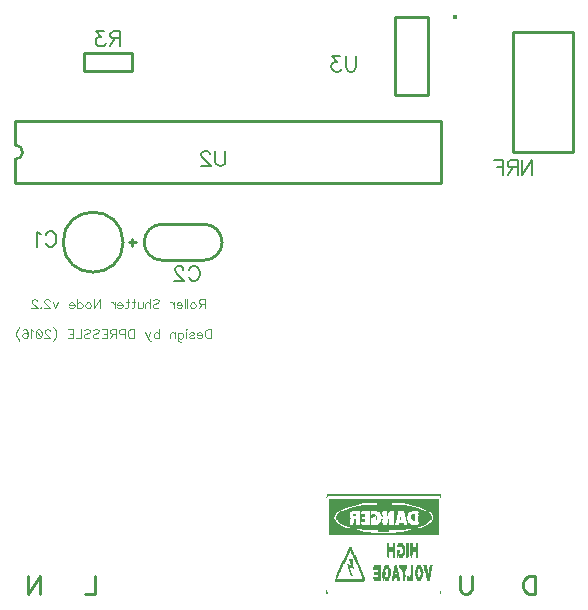
<source format=gbr>
G04 DipTrace 3.0.0.2*
G04 BottomSilk.gbr*
%MOIN*%
G04 #@! TF.FileFunction,Legend,Bot*
G04 #@! TF.Part,Single*
%ADD10C,0.009843*%
%ADD12C,0.002992*%
%ADD32C,0.015431*%
%ADD81C,0.00772*%
%ADD82C,0.004632*%
%ADD83C,0.009264*%
%FSLAX26Y26*%
G04*
G70*
G90*
G75*
G01*
G04 BotSilk*
%LPD*%
X873582Y1581881D2*
D10*
Y1605521D1*
X885401Y1593701D2*
X861787D1*
X643707D2*
G02X643707Y1593701I99965J0D01*
G01*
X1113641Y1533701D2*
X973761D1*
X1113641Y1653701D2*
X973761D1*
Y1533701D2*
G02X973761Y1653701I-60J60000D01*
G01*
X1113641D2*
G02X1113641Y1533701I60J-60000D01*
G01*
X2343701Y2293701D2*
Y1893701D1*
X2143701Y2293701D2*
Y1893701D1*
X2343701Y2293701D2*
X2143701D1*
X2343701Y1893701D2*
X2143701D1*
X713551Y2163701D2*
Y2223701D1*
X873851Y2163701D2*
X713551D1*
X873851D2*
Y2223701D1*
X713551D1*
X485039Y1996065D2*
X1902362D1*
X485039Y1791337D2*
X1902362D1*
Y1996065D2*
Y1791337D1*
X485039Y1996065D2*
Y1917332D1*
Y1791337D2*
Y1870070D1*
Y1917332D2*
G02X485039Y1870070I-103J-23631D01*
G01*
D32*
X1948895Y2344530D3*
X1859645Y2345569D2*
D10*
Y2085740D1*
X1749410Y2345569D2*
Y2085740D1*
X1859645D2*
X1749410D1*
X1859645Y2345569D2*
X1749410D1*
X1524685Y753209D2*
D12*
X1898701D1*
X1523635Y750217D2*
X1899751D1*
X1522618Y747224D2*
X1524685D1*
X1898701D2*
X1900768D1*
X1521693Y744232D2*
D3*
X1901693D2*
D3*
X1530669Y738248D2*
X1892717D1*
X1530669Y735256D2*
X1892717D1*
X1530669Y732264D2*
X1892717D1*
X1530669Y729272D2*
X1892717D1*
X1530669Y726280D2*
X1650354D1*
X1770039D2*
X1892717D1*
X1530669Y723287D2*
X1626417D1*
X1689252D2*
X1737126D1*
X1796969D2*
X1892717D1*
X1530669Y720295D2*
X1626417D1*
X1689252D2*
X1737126D1*
X1796969D2*
X1892717D1*
X1530669Y717303D2*
X1611173D1*
X1644370D2*
X1776024D1*
X1812457D2*
X1892717D1*
X1530669Y714311D2*
X1597769D1*
X1626680D2*
X1795095D1*
X1825446D2*
X1892717D1*
X1530669Y711319D2*
X1586792D1*
X1611991D2*
X1810643D1*
X1835574D2*
X1892717D1*
X1530669Y708327D2*
X1578162D1*
X1600857D2*
X1822212D1*
X1843348D2*
X1892717D1*
X1530669Y705335D2*
X1571082D1*
X1591743D2*
X1831518D1*
X1849957D2*
X1892717D1*
X1530669Y702343D2*
X1564922D1*
X1583151D2*
X1840189D1*
X1856197D2*
X1892717D1*
X1530669Y699350D2*
X1559879D1*
X1575269D2*
X1602606D1*
X1632402D2*
X1635982D1*
X1665315D2*
X1668307D1*
X1691542D2*
X1707793D1*
X1722165D2*
X1728726D1*
X1746102D2*
X1757608D1*
X1778428D2*
X1800663D1*
X1826290D2*
X1848101D1*
X1861819D2*
X1892717D1*
X1530669Y696358D2*
X1556072D1*
X1568856D2*
X1600114D1*
X1632402D2*
X1634232D1*
X1665315D2*
X1668307D1*
X1695889D2*
X1706043D1*
X1722165D2*
X1726871D1*
X1749094D2*
X1756867D1*
X1780189D2*
X1796316D1*
X1828278D2*
X1854525D1*
X1866337D2*
X1892717D1*
X1530669Y693366D2*
X1553238D1*
X1564137D2*
X1598337D1*
X1632402D2*
X1633227D1*
X1665315D2*
X1668307D1*
X1699061D2*
X1705041D1*
X1722165D2*
X1725485D1*
X1747713D2*
X1756092D1*
X1781297D2*
X1793156D1*
X1828859D2*
X1859247D1*
X1869672D2*
X1892717D1*
X1530669Y690374D2*
X1550873D1*
X1560616D2*
X1597339D1*
X1632402D2*
X1632717D1*
X1665315D2*
X1668307D1*
X1701388D2*
X1704554D1*
X1722165D2*
X1724257D1*
X1746866D2*
X1755556D1*
X1782164D2*
X1790943D1*
X1828053D2*
X1862769D1*
X1872294D2*
X1892717D1*
X1530669Y687382D2*
X1548699D1*
X1557653D2*
X1596956D1*
X1611457D2*
X1617441D1*
X1632402D2*
X1647362D1*
X1665315D2*
X1668307D1*
X1674291D2*
X1680276D1*
X1703325D2*
X1704336D1*
X1722165D2*
X1723148D1*
X1746536D2*
X1755173D1*
X1783091D2*
X1789477D1*
X1805945D2*
X1811929D1*
X1826890D2*
X1865732D1*
X1874487D2*
X1892717D1*
X1530669Y684390D2*
X1546794D1*
X1555180D2*
X1597127D1*
X1611457D2*
X1617441D1*
X1632402D2*
X1647362D1*
X1665315D2*
X1683268D1*
X1705219D2*
X1704213D1*
X1722165D2*
D3*
X1746713D2*
X1754665D1*
X1783953D2*
X1788661D1*
X1804934D2*
X1811929D1*
X1829882D2*
X1868194D1*
X1876075D2*
X1892717D1*
X1530669Y681398D2*
X1545286D1*
X1553441D2*
X1597748D1*
X1632402D2*
X1635394D1*
X1665315D2*
X1675339D1*
X1686260D2*
D3*
X1707205D2*
D3*
X1747238D2*
X1753895D1*
X1784612D2*
X1788268D1*
X1804148D2*
X1811929D1*
X1826890D2*
X1870187D1*
X1876991D2*
X1892717D1*
X1530669Y678406D2*
X1544147D1*
X1552279D2*
X1598378D1*
X1632402D2*
X1635394D1*
X1665315D2*
X1669225D1*
X1686260D2*
D3*
X1747774D2*
X1753096D1*
X1767047D2*
D3*
X1785282D2*
X1788099D1*
X1803722D2*
X1811929D1*
X1828067D2*
X1870791D1*
X1877426D2*
X1892717D1*
X1530669Y675413D2*
X1544510D1*
X1552251D2*
X1598507D1*
X1632402D2*
X1635394D1*
X1665315D2*
X1666818D1*
X1686260D2*
D3*
X1747117D2*
X1752462D1*
X1767047D2*
D3*
X1786141D2*
X1788031D1*
X1804449D2*
X1811929D1*
X1828115D2*
X1870165D1*
X1877504D2*
X1892717D1*
X1530669Y672421D2*
X1545470D1*
X1553607D2*
X1598064D1*
X1632402D2*
X1635394D1*
X1665315D2*
X1666005D1*
X1686260D2*
D3*
X1704213D2*
X1707205D1*
X1746102D2*
X1751801D1*
X1767047D2*
D3*
X1787067D2*
X1788006D1*
X1805601D2*
X1811929D1*
X1828227D2*
X1868949D1*
X1877096D2*
X1892717D1*
X1530669Y669429D2*
X1546961D1*
X1555846D2*
X1597423D1*
X1614449D2*
X1617441D1*
X1632402D2*
X1647362D1*
X1665315D2*
X1665593D1*
X1683268D2*
D3*
X1703750D2*
X1705824D1*
X1728150D2*
D3*
X1749094D2*
X1750956D1*
X1787991D2*
X1787997D1*
X1807147D2*
X1811929D1*
X1828410D2*
X1867003D1*
X1876015D2*
X1892717D1*
X1530669Y666437D2*
X1548792D1*
X1558681D2*
X1596953D1*
X1613068D2*
X1617441D1*
X1632402D2*
X1647362D1*
X1665315D2*
X1665430D1*
X1702973D2*
X1704976D1*
X1727115D2*
X1728150D1*
X1746102D2*
X1750124D1*
X1788992D2*
X1787992D1*
X1808937D2*
X1811929D1*
X1828280D2*
X1864423D1*
X1874413D2*
X1892717D1*
X1530669Y663445D2*
X1550800D1*
X1561646D2*
X1596696D1*
X1612208D2*
X1617441D1*
X1632402D2*
D3*
X1665315D2*
X1665477D1*
X1701857D2*
X1704655D1*
X1726110D2*
X1728150D1*
X1747312D2*
X1749468D1*
X1789889D2*
X1790984D1*
X1828249D2*
X1861612D1*
X1872513D2*
X1892717D1*
X1530669Y660453D2*
X1553356D1*
X1565038D2*
X1596576D1*
X1611773D2*
X1617441D1*
X1632402D2*
X1632952D1*
X1665315D2*
X1665916D1*
X1700424D2*
X1704924D1*
X1725079D2*
X1728150D1*
X1747188D2*
X1748720D1*
X1790466D2*
X1790984D1*
X1828848D2*
X1858295D1*
X1869990D2*
X1892717D1*
X1530669Y657461D2*
X1556951D1*
X1569918D2*
X1596524D1*
X1611572D2*
X1617441D1*
X1632402D2*
X1634002D1*
X1665315D2*
X1666930D1*
X1696701D2*
X1705867D1*
X1723747D2*
X1728150D1*
X1746692D2*
X1747563D1*
X1764055D2*
X1776024D1*
X1790781D2*
X1793976D1*
X1829882D2*
X1853447D1*
X1866308D2*
X1892717D1*
X1530669Y654469D2*
X1561436D1*
X1576739D2*
X1596496D1*
X1611457D2*
X1617441D1*
X1632402D2*
X1635394D1*
X1665315D2*
X1668307D1*
X1692244D2*
X1707205D1*
X1722165D2*
X1728150D1*
X1746102D2*
D3*
X1764055D2*
X1776024D1*
X1790984D2*
X1799961D1*
X1826890D2*
X1846639D1*
X1861460D2*
X1892717D1*
X1530669Y651476D2*
X1566267D1*
X1584619D2*
X1838765D1*
X1856031D2*
X1892717D1*
X1530669Y648484D2*
X1571548D1*
X1592745D2*
X1830640D1*
X1850459D2*
X1892717D1*
X1530669Y645492D2*
X1578358D1*
X1602234D2*
X1821151D1*
X1844120D2*
X1892717D1*
X1530669Y642500D2*
X1587565D1*
X1614773D2*
X1808612D1*
X1835737D2*
X1892717D1*
X1530669Y639508D2*
X1599372D1*
X1630342D2*
X1793044D1*
X1824359D2*
X1892717D1*
X1530669Y636516D2*
X1613704D1*
X1647362D2*
X1776024D1*
X1809944D2*
X1892717D1*
X1530669Y633524D2*
X1629409D1*
X1692244D2*
X1725157D1*
X1793976D2*
X1892717D1*
X1530669Y630531D2*
X1629409D1*
X1692244D2*
X1725157D1*
X1793976D2*
X1892717D1*
X1530669Y627539D2*
X1656339D1*
X1767047D2*
X1892717D1*
X1530669Y624547D2*
X1892717D1*
X1530669Y621555D2*
X1892717D1*
X1722165Y591634D2*
X1728150D1*
X1743110D2*
X1746102D1*
X1761063D2*
X1773031D1*
X1787992D2*
X1793976D1*
X1799961D2*
X1805945D1*
X1820906D2*
X1823898D1*
X1722165Y588642D2*
X1728150D1*
X1743110D2*
X1746102D1*
X1759217D2*
X1774875D1*
X1787992D2*
X1793976D1*
X1799961D2*
X1805945D1*
X1820906D2*
X1823898D1*
X1722165Y585650D2*
X1728150D1*
X1743110D2*
X1746102D1*
X1757588D2*
X1776476D1*
X1787992D2*
X1793976D1*
X1799961D2*
X1805945D1*
X1820906D2*
X1823898D1*
X1722165Y582657D2*
X1728150D1*
X1743110D2*
X1746102D1*
X1756232D2*
X1777698D1*
X1787992D2*
X1793976D1*
X1799961D2*
X1805945D1*
X1820906D2*
X1823898D1*
X1722165Y579665D2*
X1728150D1*
X1743110D2*
X1746102D1*
X1755079D2*
X1761063D1*
X1768863D2*
X1778520D1*
X1787992D2*
X1793976D1*
X1799961D2*
X1805945D1*
X1820906D2*
X1823898D1*
X1596496Y576673D2*
X1602480D1*
X1722165D2*
X1746102D1*
X1772909D2*
X1779257D1*
X1787992D2*
X1793976D1*
X1799961D2*
X1823898D1*
X1595359Y573681D2*
X1603617D1*
X1722165D2*
X1746102D1*
X1774504D2*
X1780119D1*
X1787992D2*
X1793976D1*
X1799961D2*
X1823898D1*
X1594085Y570689D2*
X1604891D1*
X1722165D2*
X1746102D1*
X1775373D2*
X1780844D1*
X1787992D2*
X1793976D1*
X1799961D2*
X1823898D1*
X1592789Y567697D2*
X1606187D1*
X1722165D2*
X1746102D1*
X1755079D2*
X1764055D1*
X1775745D2*
X1781008D1*
X1787992D2*
X1793976D1*
X1799961D2*
X1823898D1*
X1591623Y564705D2*
X1597072D1*
X1602606D2*
X1607353D1*
X1722165D2*
X1746102D1*
X1755079D2*
X1763032D1*
X1775678D2*
X1780578D1*
X1787992D2*
X1793976D1*
X1799961D2*
X1823898D1*
X1590577Y561713D2*
X1595217D1*
X1603095D2*
X1608388D1*
X1722165D2*
X1728150D1*
X1743110D2*
X1746102D1*
X1755079D2*
X1762134D1*
X1775212D2*
X1779929D1*
X1787992D2*
X1793976D1*
X1799961D2*
X1805945D1*
X1820906D2*
X1823898D1*
X1589423Y558720D2*
X1593822D1*
X1604205D2*
X1609437D1*
X1722177D2*
X1728150D1*
X1743110D2*
X1746102D1*
X1755079D2*
X1761520D1*
X1772890D2*
X1779344D1*
X1787992D2*
X1793965D1*
X1799972D2*
X1805933D1*
X1820906D2*
X1823898D1*
X1588127Y555728D2*
X1592514D1*
X1605794D2*
X1610359D1*
X1722282D2*
X1728150D1*
X1743110D2*
X1746102D1*
X1755079D2*
X1761063D1*
X1770039D2*
X1778600D1*
X1787992D2*
X1793859D1*
X1800078D2*
X1805828D1*
X1820906D2*
X1823898D1*
X1586817Y552736D2*
X1591156D1*
X1607464D2*
X1610988D1*
X1722666D2*
X1728150D1*
X1743110D2*
X1746102D1*
X1755079D2*
X1777380D1*
X1787992D2*
X1793476D1*
X1800461D2*
X1805444D1*
X1820906D2*
X1823898D1*
X1585644Y549744D2*
X1589822D1*
X1608992D2*
X1617441D1*
X1723408D2*
X1728150D1*
X1743110D2*
X1746102D1*
X1755079D2*
X1775814D1*
X1787992D2*
X1792734D1*
X1801203D2*
X1804703D1*
X1820906D2*
X1823898D1*
X1584582Y546752D2*
X1588641D1*
X1610269D2*
X1617915D1*
X1724298D2*
X1728150D1*
X1743110D2*
X1746102D1*
X1755079D2*
D3*
X1764055D2*
X1774336D1*
X1787992D2*
X1791844D1*
X1802093D2*
X1803812D1*
X1820906D2*
X1823898D1*
X1583311Y543760D2*
X1587588D1*
X1611375D2*
X1618762D1*
X1725157D2*
X1728150D1*
X1743110D2*
X1746102D1*
X1755079D2*
D3*
X1764055D2*
X1773031D1*
X1787992D2*
X1790984D1*
X1802953D2*
D3*
X1820906D2*
X1823898D1*
X1581528Y540768D2*
X1586432D1*
X1612652D2*
X1619918D1*
X1579131Y537776D2*
X1585135D1*
X1596496D2*
X1605472D1*
X1614336D2*
X1621170D1*
X1576568Y534783D2*
X1583825D1*
X1597519D2*
X1605472D1*
X1616365D2*
X1622321D1*
X1574517Y531791D2*
X1582629D1*
X1598421D2*
X1605484D1*
X1618306D2*
X1623363D1*
X1572992Y528799D2*
X1581380D1*
X1599102D2*
X1605589D1*
X1619878D2*
X1624515D1*
X1571618Y525807D2*
X1579568D1*
X1599859D2*
X1605971D1*
X1621310D2*
X1625810D1*
X1570230Y522815D2*
X1577208D1*
X1601019D2*
X1606687D1*
X1622734D2*
X1627120D1*
X1568884Y519823D2*
X1574986D1*
X1590512D2*
X1593504D1*
X1602480D2*
X1607454D1*
X1624097D2*
X1628293D1*
X1567698Y516831D2*
X1573249D1*
X1591905D2*
X1607976D1*
X1625289D2*
X1629343D1*
X1680276D2*
X1701220D1*
X1716181D2*
X1725157D1*
X1749094D2*
X1752087D1*
X1764055D2*
X1787992D1*
X1802953D2*
X1805945D1*
X1823898D2*
X1832874D1*
X1844843D2*
X1853819D1*
X1865787D2*
X1871772D1*
X1566644Y513839D2*
X1571737D1*
X1592869D2*
X1608254D1*
X1626347D2*
X1630497D1*
X1679252D2*
X1701220D1*
X1714696D2*
X1726408D1*
X1748072D2*
X1753121D1*
X1764306D2*
X1787764D1*
X1802953D2*
X1805945D1*
X1822412D2*
X1834371D1*
X1845305D2*
X1853933D1*
X1865325D2*
X1870749D1*
X1565488Y510846D2*
X1570280D1*
X1593685D2*
X1608386D1*
X1627504D2*
X1631794D1*
X1678354D2*
X1701220D1*
X1713063D2*
X1728066D1*
X1747181D2*
X1754117D1*
X1764873D2*
X1787267D1*
X1802953D2*
X1805945D1*
X1820780D2*
X1836109D1*
X1846047D2*
X1854316D1*
X1864583D2*
X1869858D1*
X1564190Y507854D2*
X1568903D1*
X1594607D2*
X1595908D1*
X1608465D2*
D3*
X1628801D2*
X1633104D1*
X1677741D2*
X1701220D1*
X1711721D2*
X1730067D1*
X1746602D2*
X1755065D1*
X1767378D2*
X1785619D1*
X1802953D2*
X1805945D1*
X1819438D2*
X1837832D1*
X1846821D2*
X1855034D1*
X1863808D2*
X1869291D1*
X1562880Y504862D2*
X1567705D1*
X1595557D2*
X1597658D1*
X1630112D2*
X1634277D1*
X1692244D2*
X1701220D1*
X1710901D2*
X1716731D1*
X1725157D2*
X1731895D1*
X1746204D2*
X1756075D1*
X1770423D2*
X1783919D1*
X1802953D2*
X1805945D1*
X1818621D2*
X1823898D1*
X1832286D2*
X1839366D1*
X1847369D2*
X1855801D1*
X1863284D2*
X1868986D1*
X1561707Y501870D2*
X1566646D1*
X1596490D2*
X1598672D1*
X1631285D2*
X1635327D1*
X1692244D2*
X1701220D1*
X1710470D2*
X1714789D1*
X1725157D2*
X1733071D1*
X1745690D2*
X1756974D1*
X1773020D2*
X1782396D1*
X1802953D2*
X1805945D1*
X1818211D2*
X1823886D1*
X1834036D2*
X1840543D1*
X1847857D2*
X1856323D1*
X1863006D2*
X1868749D1*
X1560657Y498878D2*
X1565488D1*
X1597506D2*
X1599275D1*
X1632335D2*
X1636482D1*
X1692244D2*
X1701220D1*
X1710197D2*
X1713189D1*
X1725157D2*
X1733680D1*
X1744920D2*
X1757562D1*
X1774930D2*
X1780784D1*
X1802953D2*
X1805945D1*
X1818030D2*
X1823772D1*
X1835038D2*
X1841246D1*
X1848747D2*
X1856601D1*
X1862879D2*
X1868313D1*
X1559503Y495886D2*
X1564191D1*
X1598509D2*
X1599971D1*
X1633490D2*
X1637778D1*
X1680276D2*
X1701220D1*
X1725157D2*
X1733955D1*
X1744132D2*
X1757965D1*
X1775510D2*
X1779016D1*
X1802953D2*
X1805945D1*
X1817956D2*
X1823310D1*
X1835524D2*
X1841597D1*
X1850233D2*
X1856733D1*
X1862825D2*
X1867576D1*
X1558206Y492894D2*
X1562880D1*
X1599468D2*
X1601156D1*
X1634786D2*
X1639089D1*
X1680276D2*
X1701220D1*
X1707205D2*
X1716181D1*
X1725157D2*
X1734067D1*
X1743591D2*
X1749094D1*
X1755079D2*
X1758481D1*
X1775812D2*
X1780397D1*
X1802941D2*
X1805945D1*
X1817929D2*
X1822287D1*
X1835722D2*
X1841740D1*
X1851787D2*
X1856811D1*
X1862795D2*
X1866801D1*
X1556896Y489902D2*
X1561707D1*
X1600509D2*
X1602704D1*
X1636096D2*
X1640261D1*
X1680276D2*
X1701220D1*
X1707205D2*
X1716058D1*
X1725157D2*
X1734087D1*
X1743205D2*
X1746102D1*
X1755079D2*
X1759253D1*
X1775943D2*
X1781256D1*
X1802827D2*
X1805945D1*
X1817919D2*
X1820906D1*
X1835692D2*
X1841697D1*
X1852838D2*
X1866277D1*
X1555723Y486909D2*
X1560657D1*
X1601539D2*
X1604173D1*
X1637269D2*
X1641311D1*
X1692244D2*
X1701220D1*
X1707205D2*
X1715594D1*
X1725157D2*
X1733892D1*
X1742696D2*
X1760053D1*
X1775995D2*
X1781691D1*
X1802365D2*
X1805945D1*
X1817927D2*
X1822298D1*
X1835261D2*
X1841328D1*
X1853408D2*
X1865987D1*
X1554685Y483917D2*
X1559491D1*
X1602480D2*
X1605472D1*
X1638308D2*
X1642466D1*
X1692244D2*
X1701220D1*
X1707216D2*
X1714570D1*
X1725157D2*
X1733408D1*
X1741927D2*
X1760688D1*
X1776014D2*
X1781872D1*
X1801342D2*
X1805945D1*
X1818043D2*
X1823223D1*
X1834250D2*
X1840503D1*
X1853768D2*
X1865755D1*
X1553635Y480925D2*
X1558078D1*
X1639358D2*
X1643763D1*
X1692244D2*
X1701220D1*
X1707322D2*
X1713189D1*
X1725157D2*
X1731658D1*
X1741140D2*
X1761349D1*
X1776020D2*
X1781845D1*
X1790984D2*
X1793976D1*
X1799961D2*
X1805945D1*
X1818529D2*
X1823898D1*
X1832874D2*
X1839252D1*
X1854254D2*
X1865321D1*
X1552720Y477933D2*
X1556290D1*
X1640280D2*
X1645049D1*
X1677283D2*
X1701220D1*
X1707705D2*
X1729687D1*
X1740610D2*
X1762194D1*
X1776023D2*
X1781491D1*
X1790984D2*
X1805945D1*
X1819629D2*
X1837630D1*
X1855012D2*
X1864583D1*
X1552138Y474941D2*
X1554060D1*
X1640910D2*
X1646003D1*
X1678333D2*
X1701220D1*
X1708447D2*
X1727884D1*
X1740330D2*
X1746652D1*
X1758071D2*
X1763022D1*
X1776023D2*
X1780760D1*
X1790984D2*
X1805945D1*
X1821146D2*
X1835836D1*
X1855801D2*
X1863801D1*
X1551837Y471949D2*
X1646514D1*
X1679351D2*
X1701220D1*
X1709338D2*
X1710197D1*
X1716181D2*
X1726404D1*
X1740197D2*
X1744710D1*
X1758071D2*
X1763610D1*
X1776024D2*
X1779873D1*
X1790984D2*
X1805945D1*
X1822603D2*
X1834246D1*
X1856374D2*
X1863231D1*
X1551696Y468957D2*
X1645606D1*
X1680276D2*
X1701220D1*
X1710197D2*
D3*
X1716181D2*
X1725157D1*
X1740118D2*
X1743110D1*
X1758071D2*
X1764055D1*
X1776024D2*
X1779016D1*
X1790984D2*
X1805945D1*
X1823898D2*
X1832874D1*
X1856811D2*
X1862795D1*
X1551614Y465965D2*
X1644370D1*
X1521693Y433051D2*
D3*
Y430059D2*
D3*
X1901693D2*
D3*
X1521693Y427067D2*
X1524685D1*
X1900103D2*
X1901693D1*
X1521693Y424075D2*
X1524685D1*
X1898701D2*
X1901693D1*
X1524685Y753209D2*
X1523635Y750217D1*
X1522618Y747224D1*
X1521693Y744232D1*
X1898701Y753209D2*
X1899751Y750217D1*
X1900768Y747224D1*
X1901693Y744232D1*
X1524685Y747224D2*
X1521693Y744232D1*
X1898701Y747224D2*
X1901693Y744232D1*
X1530669Y738248D2*
Y735256D1*
Y732264D1*
Y729272D1*
Y726280D1*
Y723287D1*
Y720295D1*
Y717303D1*
Y714311D1*
Y711319D1*
Y708327D1*
Y705335D1*
Y702343D1*
Y699350D1*
Y696358D1*
Y693366D1*
Y690374D1*
Y687382D1*
Y684390D1*
Y681398D1*
Y678406D1*
Y675413D1*
Y672421D1*
Y669429D1*
Y666437D1*
Y663445D1*
Y660453D1*
Y657461D1*
Y654469D1*
Y651476D1*
Y648484D1*
Y645492D1*
Y642500D1*
Y639508D1*
Y636516D1*
Y633524D1*
Y630531D1*
Y627539D1*
Y624547D1*
Y621555D1*
X1892717Y738248D2*
Y735256D1*
Y732264D1*
Y729272D1*
Y726280D1*
Y723287D1*
Y720295D1*
Y717303D1*
Y714311D1*
Y711319D1*
Y708327D1*
Y705335D1*
Y702343D1*
Y699350D1*
Y696358D1*
Y693366D1*
Y690374D1*
Y687382D1*
Y684390D1*
Y681398D1*
Y678406D1*
Y675413D1*
Y672421D1*
Y669429D1*
Y666437D1*
Y663445D1*
Y660453D1*
Y657461D1*
Y654469D1*
Y651476D1*
Y648484D1*
Y645492D1*
Y642500D1*
Y639508D1*
Y636516D1*
Y633524D1*
Y630531D1*
Y627539D1*
Y624547D1*
Y621555D1*
X1674291Y729272D2*
X1650354Y726280D1*
X1626417Y723287D1*
Y720295D1*
X1611173Y717303D1*
X1597769Y714311D1*
X1586792Y711319D1*
X1578162Y708327D1*
X1571082Y705335D1*
X1564922Y702343D1*
X1559879Y699350D1*
X1556072Y696358D1*
X1553238Y693366D1*
X1550873Y690374D1*
X1548699Y687382D1*
X1546794Y684390D1*
X1545286Y681398D1*
X1544147Y678406D1*
X1544510Y675413D1*
X1545470Y672421D1*
X1546961Y669429D1*
X1548792Y666437D1*
X1550800Y663445D1*
X1553356Y660453D1*
X1556951Y657461D1*
X1561436Y654469D1*
X1566267Y651476D1*
X1571548Y648484D1*
X1578358Y645492D1*
X1587565Y642500D1*
X1599372Y639508D1*
X1613704Y636516D1*
X1629409Y633524D1*
Y630531D1*
X1656339Y627539D1*
X1683268Y624547D1*
X1743110Y729272D2*
X1770039Y726280D1*
X1796969Y723287D1*
Y720295D1*
X1812457Y717303D1*
X1825446Y714311D1*
X1835574Y711319D1*
X1843348Y708327D1*
X1849957Y705335D1*
X1856197Y702343D1*
X1861819Y699350D1*
X1866337Y696358D1*
X1869672Y693366D1*
X1872294Y690374D1*
X1874487Y687382D1*
X1876075Y684390D1*
X1876991Y681398D1*
X1877426Y678406D1*
X1877504Y675413D1*
X1877096Y672421D1*
X1876015Y669429D1*
X1874413Y666437D1*
X1872513Y663445D1*
X1869990Y660453D1*
X1866308Y657461D1*
X1861460Y654469D1*
X1856031Y651476D1*
X1850459Y648484D1*
X1844120Y645492D1*
X1835737Y642500D1*
X1824359Y639508D1*
X1809944Y636516D1*
X1793976Y633524D1*
Y630531D1*
X1767047Y627539D1*
X1740118Y624547D1*
X1689252Y723287D2*
Y720295D1*
Y717303D1*
X1737126Y723287D2*
Y720295D1*
Y717303D1*
X1644370D2*
X1626680Y714311D1*
X1611991Y711319D1*
X1600857Y708327D1*
X1591743Y705335D1*
X1583151Y702343D1*
X1575269Y699350D1*
X1568856Y696358D1*
X1564137Y693366D1*
X1560616Y690374D1*
X1557653Y687382D1*
X1555180Y684390D1*
X1553441Y681398D1*
X1552279Y678406D1*
X1552251Y675413D1*
X1553607Y672421D1*
X1555846Y669429D1*
X1558681Y666437D1*
X1561646Y663445D1*
X1565038Y660453D1*
X1569918Y657461D1*
X1576739Y654469D1*
X1584619Y651476D1*
X1592745Y648484D1*
X1602234Y645492D1*
X1614773Y642500D1*
X1630342Y639508D1*
X1647362Y636516D1*
X1776024Y717303D2*
X1795095Y714311D1*
X1810643Y711319D1*
X1822212Y708327D1*
X1831518Y705335D1*
X1840189Y702343D1*
X1848101Y699350D1*
X1854525Y696358D1*
X1859247Y693366D1*
X1862769Y690374D1*
X1865732Y687382D1*
X1868194Y684390D1*
X1870187Y681398D1*
X1870791Y678406D1*
X1870165Y675413D1*
X1868949Y672421D1*
X1867003Y669429D1*
X1864423Y666437D1*
X1861612Y663445D1*
X1858295Y660453D1*
X1853447Y657461D1*
X1846639Y654469D1*
X1838765Y651476D1*
X1830640Y648484D1*
X1821151Y645492D1*
X1808612Y642500D1*
X1793044Y639508D1*
X1776024Y636516D1*
X1605472Y702343D2*
X1602606Y699350D1*
X1600114Y696358D1*
X1598337Y693366D1*
X1597339Y690374D1*
X1596956Y687382D1*
X1597127Y684390D1*
X1597748Y681398D1*
X1598378Y678406D1*
X1598507Y675413D1*
X1598064Y672421D1*
X1597423Y669429D1*
X1596953Y666437D1*
X1596696Y663445D1*
X1596576Y660453D1*
X1596524Y657461D1*
X1596496Y654469D1*
X1632402Y702343D2*
Y699350D1*
Y696358D1*
Y693366D1*
Y690374D1*
Y687382D1*
Y684390D1*
Y681398D1*
Y678406D1*
Y675413D1*
Y672421D1*
Y669429D1*
Y666437D1*
Y663445D1*
Y660453D1*
Y657461D1*
Y654469D1*
X1638386Y702343D2*
X1635982Y699350D1*
X1634232Y696358D1*
X1633227Y693366D1*
X1632717Y690374D1*
X1632402Y687382D1*
X1647362D1*
Y684390D1*
Y681398D1*
X1635394D1*
Y678406D1*
Y675413D1*
Y672421D1*
Y669429D1*
X1647362D1*
Y666437D1*
Y663445D1*
X1632402D1*
X1632952Y660453D1*
X1634002Y657461D1*
X1635394Y654469D1*
X1665315Y702343D2*
Y699350D1*
Y696358D1*
Y693366D1*
Y690374D1*
Y687382D1*
Y684390D1*
Y681398D1*
Y678406D1*
Y675413D1*
Y672421D1*
Y669429D1*
Y666437D1*
Y663445D1*
Y660453D1*
Y657461D1*
Y654469D1*
X1668307Y702343D2*
Y699350D1*
Y696358D1*
Y693366D1*
Y690374D1*
Y687382D1*
X1686260Y702343D2*
X1691542Y699350D1*
X1695889Y696358D1*
X1699061Y693366D1*
X1701388Y690374D1*
X1703325Y687382D1*
X1705219Y684390D1*
X1707205Y681398D1*
X1710197Y702343D2*
X1707793Y699350D1*
X1706043Y696358D1*
X1705041Y693366D1*
X1704554Y690374D1*
X1704336Y687382D1*
X1704213Y684390D1*
X1722165Y702343D2*
Y699350D1*
Y696358D1*
Y693366D1*
Y690374D1*
Y687382D1*
Y684390D1*
X1731142Y702343D2*
X1728726Y699350D1*
X1726871Y696358D1*
X1725485Y693366D1*
X1724257Y690374D1*
X1723148Y687382D1*
X1722165Y684390D1*
X1743110Y702343D2*
X1746102Y699350D1*
X1749094Y696358D1*
X1747713Y693366D1*
X1746866Y690374D1*
X1746536Y687382D1*
X1746713Y684390D1*
X1747238Y681398D1*
X1747774Y678406D1*
X1747117Y675413D1*
X1746102Y672421D1*
X1749094Y669429D1*
X1746102Y666437D1*
X1747312Y663445D1*
X1747188Y660453D1*
X1746692Y657461D1*
X1746102Y654469D1*
X1758071Y702343D2*
X1757608Y699350D1*
X1756867Y696358D1*
X1756092Y693366D1*
X1755556Y690374D1*
X1755173Y687382D1*
X1754665Y684390D1*
X1753895Y681398D1*
X1753096Y678406D1*
X1752462Y675413D1*
X1751801Y672421D1*
X1750956Y669429D1*
X1750124Y666437D1*
X1749468Y663445D1*
X1748720Y660453D1*
X1747563Y657461D1*
X1746102Y654469D1*
X1776024Y702343D2*
X1778428Y699350D1*
X1780189Y696358D1*
X1781297Y693366D1*
X1782164Y690374D1*
X1783091Y687382D1*
X1783953Y684390D1*
X1784612Y681398D1*
X1785282Y678406D1*
X1786141Y675413D1*
X1787067Y672421D1*
X1787991Y669429D1*
X1788992Y666437D1*
X1789889Y663445D1*
X1790466Y660453D1*
X1790781Y657461D1*
X1790984Y654469D1*
X1805945Y702343D2*
X1800663Y699350D1*
X1796316Y696358D1*
X1793156Y693366D1*
X1790943Y690374D1*
X1789477Y687382D1*
X1788661Y684390D1*
X1788268Y681398D1*
X1788099Y678406D1*
X1788031Y675413D1*
X1788006Y672421D1*
X1787997Y669429D1*
X1787992Y666437D1*
X1823898Y702343D2*
X1826290Y699350D1*
X1828278Y696358D1*
X1828859Y693366D1*
X1828053Y690374D1*
X1826890Y687382D1*
X1829882Y684390D1*
X1826890Y681398D1*
X1828067Y678406D1*
X1828115Y675413D1*
X1828227Y672421D1*
X1828410Y669429D1*
X1828280Y666437D1*
X1828249Y663445D1*
X1828848Y660453D1*
X1829882Y657461D1*
X1826890Y654469D1*
X1611457Y687382D2*
Y684390D1*
X1617441Y687382D2*
Y684390D1*
X1674291Y687382D2*
X1680276D2*
X1683268Y684390D1*
X1675339Y681398D1*
X1669225Y678406D1*
X1666818Y675413D1*
X1666005Y672421D1*
X1665593Y669429D1*
X1665430Y666437D1*
X1665477Y663445D1*
X1665916Y660453D1*
X1666930Y657461D1*
X1668307Y654469D1*
X1805945Y687382D2*
X1804934Y684390D1*
X1804148Y681398D1*
X1803722Y678406D1*
X1804449Y675413D1*
X1805601Y672421D1*
X1807147Y669429D1*
X1808937Y666437D1*
X1811929Y687382D2*
Y684390D1*
Y681398D1*
Y678406D1*
Y675413D1*
Y672421D1*
Y669429D1*
Y666437D1*
X1686260Y681398D2*
Y678406D1*
Y675413D1*
Y672421D1*
X1767047Y678406D2*
Y675413D1*
Y672421D1*
X1704213D2*
X1703750Y669429D1*
X1702973Y666437D1*
X1701857Y663445D1*
X1700424Y660453D1*
X1696701Y657461D1*
X1692244Y654469D1*
X1707205Y672421D2*
X1705824Y669429D1*
X1704976Y666437D1*
X1704655Y663445D1*
X1704924Y660453D1*
X1705867Y657461D1*
X1707205Y654469D1*
X1614449Y669429D2*
X1613068Y666437D1*
X1612208Y663445D1*
X1611773Y660453D1*
X1611572Y657461D1*
X1611457Y654469D1*
X1617441Y669429D2*
Y666437D1*
Y663445D1*
Y660453D1*
Y657461D1*
Y654469D1*
X1683268Y669429D2*
X1728150D2*
X1727115Y666437D1*
X1726110Y663445D1*
X1725079Y660453D1*
X1723747Y657461D1*
X1722165Y654469D1*
X1728150Y663445D2*
Y660453D1*
Y657461D1*
Y654469D1*
X1764055Y657461D2*
Y654469D1*
X1776024Y657461D2*
Y654469D1*
X1793976Y657461D2*
X1799961Y654469D1*
X1692244Y636516D2*
Y633524D1*
Y630531D1*
X1725157Y636516D2*
Y633524D1*
Y630531D1*
X1722165Y591634D2*
Y588642D1*
Y585650D1*
Y582657D1*
Y579665D1*
Y576673D1*
Y573681D1*
Y570689D1*
Y567697D1*
Y564705D1*
Y561713D1*
X1722177Y558720D1*
X1722282Y555728D1*
X1722666Y552736D1*
X1723408Y549744D1*
X1724298Y546752D1*
X1725157Y543760D1*
X1728150Y591634D2*
Y588642D1*
Y585650D1*
Y582657D1*
Y579665D1*
X1743110Y591634D2*
Y588642D1*
Y585650D1*
Y582657D1*
Y579665D1*
X1746102Y591634D2*
Y588642D1*
Y585650D1*
Y582657D1*
Y579665D1*
Y576673D1*
Y573681D1*
Y570689D1*
Y567697D1*
Y564705D1*
Y561713D1*
Y558720D1*
Y555728D1*
Y552736D1*
Y549744D1*
Y546752D1*
Y543760D1*
X1761063Y591634D2*
X1759217Y588642D1*
X1757588Y585650D1*
X1756232Y582657D1*
X1755079Y579665D1*
X1773031Y591634D2*
X1774875Y588642D1*
X1776476Y585650D1*
X1777698Y582657D1*
X1778520Y579665D1*
X1779257Y576673D1*
X1780119Y573681D1*
X1780844Y570689D1*
X1781008Y567697D1*
X1780578Y564705D1*
X1779929Y561713D1*
X1779344Y558720D1*
X1778600Y555728D1*
X1777380Y552736D1*
X1775814Y549744D1*
X1774336Y546752D1*
X1773031Y543760D1*
X1787992Y591634D2*
Y588642D1*
Y585650D1*
Y582657D1*
Y579665D1*
Y576673D1*
Y573681D1*
Y570689D1*
Y567697D1*
Y564705D1*
Y561713D1*
Y558720D1*
Y555728D1*
Y552736D1*
Y549744D1*
Y546752D1*
Y543760D1*
X1793976Y591634D2*
Y588642D1*
Y585650D1*
Y582657D1*
Y579665D1*
Y576673D1*
Y573681D1*
Y570689D1*
Y567697D1*
Y564705D1*
Y561713D1*
X1793965Y558720D1*
X1793859Y555728D1*
X1793476Y552736D1*
X1792734Y549744D1*
X1791844Y546752D1*
X1790984Y543760D1*
X1799961Y591634D2*
Y588642D1*
Y585650D1*
Y582657D1*
Y579665D1*
Y576673D1*
Y573681D1*
Y570689D1*
Y567697D1*
Y564705D1*
Y561713D1*
X1799972Y558720D1*
X1800078Y555728D1*
X1800461Y552736D1*
X1801203Y549744D1*
X1802093Y546752D1*
X1802953Y543760D1*
X1805945Y591634D2*
Y588642D1*
Y585650D1*
Y582657D1*
Y579665D1*
X1820906Y591634D2*
Y588642D1*
Y585650D1*
Y582657D1*
Y579665D1*
X1823898Y591634D2*
Y588642D1*
Y585650D1*
Y582657D1*
Y579665D1*
Y576673D1*
Y573681D1*
Y570689D1*
Y567697D1*
Y564705D1*
Y561713D1*
Y558720D1*
Y555728D1*
Y552736D1*
Y549744D1*
Y546752D1*
Y543760D1*
X1764055Y582657D2*
X1761063Y579665D1*
X1764055Y582657D2*
X1768863Y579665D1*
X1772909Y576673D1*
X1774504Y573681D1*
X1775373Y570689D1*
X1775745Y567697D1*
X1775678Y564705D1*
X1775212Y561713D1*
X1772890Y558720D1*
X1770039Y555728D1*
X1596496Y576673D2*
X1595359Y573681D1*
X1594085Y570689D1*
X1592789Y567697D1*
X1591623Y564705D1*
X1590577Y561713D1*
X1589423Y558720D1*
X1588127Y555728D1*
X1586817Y552736D1*
X1585644Y549744D1*
X1584582Y546752D1*
X1583311Y543760D1*
X1581528Y540768D1*
X1579131Y537776D1*
X1576568Y534783D1*
X1574517Y531791D1*
X1572992Y528799D1*
X1571618Y525807D1*
X1570230Y522815D1*
X1568884Y519823D1*
X1567698Y516831D1*
X1566644Y513839D1*
X1565488Y510846D1*
X1564190Y507854D1*
X1562880Y504862D1*
X1561707Y501870D1*
X1560657Y498878D1*
X1559503Y495886D1*
X1558206Y492894D1*
X1556896Y489902D1*
X1555723Y486909D1*
X1554685Y483917D1*
X1553635Y480925D1*
X1552720Y477933D1*
X1552138Y474941D1*
X1551837Y471949D1*
X1551696Y468957D1*
X1551614Y465965D1*
X1602480Y576673D2*
X1603617Y573681D1*
X1604891Y570689D1*
X1606187Y567697D1*
X1607353Y564705D1*
X1608388Y561713D1*
X1609437Y558720D1*
X1610359Y555728D1*
X1610988Y552736D1*
X1611457Y549744D1*
X1617441D1*
X1617915Y546752D1*
X1618762Y543760D1*
X1619918Y540768D1*
X1621170Y537776D1*
X1622321Y534783D1*
X1623363Y531791D1*
X1624515Y528799D1*
X1625810Y525807D1*
X1627120Y522815D1*
X1628293Y519823D1*
X1629343Y516831D1*
X1630497Y513839D1*
X1631794Y510846D1*
X1633104Y507854D1*
X1634277Y504862D1*
X1635327Y501870D1*
X1636482Y498878D1*
X1637778Y495886D1*
X1639089Y492894D1*
X1640261Y489902D1*
X1641311Y486909D1*
X1642466Y483917D1*
X1643763Y480925D1*
X1645049Y477933D1*
X1646003Y474941D1*
X1646514Y471949D1*
X1645606Y468957D1*
X1644370Y465965D1*
X1755079Y567697D2*
Y564705D1*
Y561713D1*
Y558720D1*
Y555728D1*
Y552736D1*
Y549744D1*
Y546752D1*
Y543760D1*
X1764055Y567697D2*
X1763032Y564705D1*
X1762134Y561713D1*
X1761520Y558720D1*
X1761063Y555728D1*
X1599488Y567697D2*
X1597072Y564705D1*
X1595217Y561713D1*
X1593822Y558720D1*
X1592514Y555728D1*
X1591156Y552736D1*
X1589822Y549744D1*
X1588641Y546752D1*
X1587588Y543760D1*
X1586432Y540768D1*
X1585135Y537776D1*
X1583825Y534783D1*
X1582629Y531791D1*
X1581380Y528799D1*
X1579568Y525807D1*
X1577208Y522815D1*
X1574986Y519823D1*
X1573249Y516831D1*
X1571737Y513839D1*
X1570280Y510846D1*
X1568903Y507854D1*
X1567705Y504862D1*
X1566646Y501870D1*
X1565488Y498878D1*
X1564191Y495886D1*
X1562880Y492894D1*
X1561707Y489902D1*
X1560657Y486909D1*
X1559491Y483917D1*
X1558078Y480925D1*
X1556290Y477933D1*
X1554060Y474941D1*
X1551614Y471949D1*
X1602480Y567697D2*
X1602606Y564705D1*
X1603095Y561713D1*
X1604205Y558720D1*
X1605794Y555728D1*
X1607464Y552736D1*
X1608992Y549744D1*
X1610269Y546752D1*
X1611375Y543760D1*
X1612652Y540768D1*
X1614336Y537776D1*
X1616365Y534783D1*
X1618306Y531791D1*
X1619878Y528799D1*
X1621310Y525807D1*
X1622734Y522815D1*
X1624097Y519823D1*
X1625289Y516831D1*
X1626347Y513839D1*
X1627504Y510846D1*
X1628801Y507854D1*
X1630112Y504862D1*
X1631285Y501870D1*
X1632335Y498878D1*
X1633490Y495886D1*
X1634786Y492894D1*
X1636096Y489902D1*
X1637269Y486909D1*
X1638308Y483917D1*
X1639358Y480925D1*
X1640280Y477933D1*
X1640910Y474941D1*
X1641378Y471949D1*
X1728150Y564705D2*
Y561713D1*
Y558720D1*
Y555728D1*
Y552736D1*
Y549744D1*
Y546752D1*
Y543760D1*
X1743110Y564705D2*
Y561713D1*
Y558720D1*
Y555728D1*
Y552736D1*
Y549744D1*
Y546752D1*
Y543760D1*
X1805945Y564705D2*
Y561713D1*
X1805933Y558720D1*
X1805828Y555728D1*
X1805444Y552736D1*
X1804703Y549744D1*
X1803812Y546752D1*
X1802953Y543760D1*
X1820906Y564705D2*
Y561713D1*
Y558720D1*
Y555728D1*
Y552736D1*
Y549744D1*
Y546752D1*
Y543760D1*
X1764055Y549744D2*
Y546752D1*
Y543760D1*
X1596496Y537776D2*
X1597519Y534783D1*
X1598421Y531791D1*
X1599102Y528799D1*
X1599859Y525807D1*
X1601019Y522815D1*
X1602480Y519823D1*
X1605472Y537776D2*
Y534783D1*
X1605484Y531791D1*
X1605589Y528799D1*
X1605971Y525807D1*
X1606687Y522815D1*
X1607454Y519823D1*
X1607976Y516831D1*
X1608254Y513839D1*
X1608386Y510846D1*
X1608465Y507854D1*
X1590512Y519823D2*
X1591905Y516831D1*
X1592869Y513839D1*
X1593685Y510846D1*
X1594607Y507854D1*
X1595557Y504862D1*
X1596490Y501870D1*
X1597506Y498878D1*
X1598509Y495886D1*
X1599468Y492894D1*
X1600509Y489902D1*
X1601539Y486909D1*
X1602480Y483917D1*
X1593504Y519823D2*
X1680276Y516831D2*
X1679252Y513839D1*
X1678354Y510846D1*
X1677741Y507854D1*
X1677283Y504862D1*
X1692244D1*
Y501870D1*
Y498878D1*
Y495886D1*
X1680276D1*
Y492894D1*
Y489902D1*
Y486909D1*
X1692244D1*
Y483917D1*
Y480925D1*
Y477933D1*
X1677283D1*
X1678333Y474941D1*
X1679351Y471949D1*
X1680276Y468957D1*
X1701220Y516831D2*
Y513839D1*
Y510846D1*
Y507854D1*
Y504862D1*
Y501870D1*
Y498878D1*
Y495886D1*
Y492894D1*
Y489902D1*
Y486909D1*
Y483917D1*
Y480925D1*
Y477933D1*
Y474941D1*
Y471949D1*
Y468957D1*
X1716181Y516831D2*
X1714696Y513839D1*
X1713063Y510846D1*
X1711721Y507854D1*
X1710901Y504862D1*
X1710470Y501870D1*
X1710197Y498878D1*
X1725157Y516831D2*
X1726408Y513839D1*
X1728066Y510846D1*
X1730067Y507854D1*
X1731895Y504862D1*
X1733071Y501870D1*
X1733680Y498878D1*
X1733955Y495886D1*
X1734067Y492894D1*
X1734087Y489902D1*
X1733892Y486909D1*
X1733408Y483917D1*
X1731658Y480925D1*
X1729687Y477933D1*
X1727884Y474941D1*
X1726404Y471949D1*
X1725157Y468957D1*
X1749094Y516831D2*
X1748072Y513839D1*
X1747181Y510846D1*
X1746602Y507854D1*
X1746204Y504862D1*
X1745690Y501870D1*
X1744920Y498878D1*
X1744132Y495886D1*
X1743591Y492894D1*
X1743205Y489902D1*
X1742696Y486909D1*
X1741927Y483917D1*
X1741140Y480925D1*
X1740610Y477933D1*
X1740330Y474941D1*
X1740197Y471949D1*
X1740118Y468957D1*
X1752087Y516831D2*
X1753121Y513839D1*
X1754117Y510846D1*
X1755065Y507854D1*
X1756075Y504862D1*
X1756974Y501870D1*
X1757562Y498878D1*
X1757965Y495886D1*
X1758481Y492894D1*
X1759253Y489902D1*
X1760053Y486909D1*
X1760688Y483917D1*
X1761349Y480925D1*
X1762194Y477933D1*
X1763022Y474941D1*
X1763610Y471949D1*
X1764055Y468957D1*
Y516831D2*
X1764306Y513839D1*
X1764873Y510846D1*
X1767378Y507854D1*
X1770423Y504862D1*
X1773020Y501870D1*
X1774930Y498878D1*
X1775510Y495886D1*
X1775812Y492894D1*
X1775943Y489902D1*
X1775995Y486909D1*
X1776014Y483917D1*
X1776020Y480925D1*
X1776023Y477933D1*
Y474941D1*
X1776024Y471949D1*
Y468957D1*
X1787992Y516831D2*
X1787764Y513839D1*
X1787267Y510846D1*
X1785619Y507854D1*
X1783919Y504862D1*
X1782396Y501870D1*
X1780784Y498878D1*
X1779016Y495886D1*
X1780397Y492894D1*
X1781256Y489902D1*
X1781691Y486909D1*
X1781872Y483917D1*
X1781845Y480925D1*
X1781491Y477933D1*
X1780760Y474941D1*
X1779873Y471949D1*
X1779016Y468957D1*
X1802953Y516831D2*
Y513839D1*
Y510846D1*
Y507854D1*
Y504862D1*
Y501870D1*
Y498878D1*
Y495886D1*
X1802941Y492894D1*
X1802827Y489902D1*
X1802365Y486909D1*
X1801342Y483917D1*
X1799961Y480925D1*
X1805945Y516831D2*
Y513839D1*
Y510846D1*
Y507854D1*
Y504862D1*
Y501870D1*
Y498878D1*
Y495886D1*
Y492894D1*
Y489902D1*
Y486909D1*
Y483917D1*
Y480925D1*
Y477933D1*
Y474941D1*
Y471949D1*
Y468957D1*
X1823898Y516831D2*
X1822412Y513839D1*
X1820780Y510846D1*
X1819438Y507854D1*
X1818621Y504862D1*
X1818211Y501870D1*
X1818030Y498878D1*
X1817956Y495886D1*
X1817929Y492894D1*
X1817919Y489902D1*
X1817927Y486909D1*
X1818043Y483917D1*
X1818529Y480925D1*
X1819629Y477933D1*
X1821146Y474941D1*
X1822603Y471949D1*
X1823898Y468957D1*
X1832874Y516831D2*
X1834371Y513839D1*
X1836109Y510846D1*
X1837832Y507854D1*
X1839366Y504862D1*
X1840543Y501870D1*
X1841246Y498878D1*
X1841597Y495886D1*
X1841740Y492894D1*
X1841697Y489902D1*
X1841328Y486909D1*
X1840503Y483917D1*
X1839252Y480925D1*
X1837630Y477933D1*
X1835836Y474941D1*
X1834246Y471949D1*
X1832874Y468957D1*
X1844843Y516831D2*
X1845305Y513839D1*
X1846047Y510846D1*
X1846821Y507854D1*
X1847369Y504862D1*
X1847857Y501870D1*
X1848747Y498878D1*
X1850233Y495886D1*
X1851787Y492894D1*
X1852838Y489902D1*
X1853408Y486909D1*
X1853768Y483917D1*
X1854254Y480925D1*
X1855012Y477933D1*
X1855801Y474941D1*
X1856374Y471949D1*
X1856811Y468957D1*
X1853819Y516831D2*
X1853933Y513839D1*
X1854316Y510846D1*
X1855034Y507854D1*
X1855801Y504862D1*
X1856323Y501870D1*
X1856601Y498878D1*
X1856733Y495886D1*
X1856811Y492894D1*
X1865787Y516831D2*
X1865325Y513839D1*
X1864583Y510846D1*
X1863808Y507854D1*
X1863284Y504862D1*
X1863006Y501870D1*
X1862879Y498878D1*
X1862825Y495886D1*
X1862795Y492894D1*
X1871772Y516831D2*
X1870749Y513839D1*
X1869858Y510846D1*
X1869291Y507854D1*
X1868986Y504862D1*
X1868749Y501870D1*
X1868313Y498878D1*
X1867576Y495886D1*
X1866801Y492894D1*
X1866277Y489902D1*
X1865987Y486909D1*
X1865755Y483917D1*
X1865321Y480925D1*
X1864583Y477933D1*
X1863801Y474941D1*
X1863231Y471949D1*
X1862795Y468957D1*
X1593504Y510846D2*
X1595908Y507854D1*
X1597658Y504862D1*
X1598672Y501870D1*
X1599275Y498878D1*
X1599971Y495886D1*
X1601156Y492894D1*
X1602704Y489902D1*
X1604173Y486909D1*
X1605472Y483917D1*
X1719173Y507854D2*
X1716731Y504862D1*
X1714789Y501870D1*
X1713189Y498878D1*
X1725157Y507854D2*
Y504862D1*
Y501870D1*
Y498878D1*
Y495886D1*
Y492894D1*
Y489902D1*
Y486909D1*
Y483917D1*
Y480925D1*
X1823898Y507854D2*
Y504862D1*
X1823886Y501870D1*
X1823772Y498878D1*
X1823310Y495886D1*
X1822287Y492894D1*
X1820906Y489902D1*
X1822298Y486909D1*
X1823223Y483917D1*
X1823898Y480925D1*
X1829882Y507854D2*
X1832286Y504862D1*
X1834036Y501870D1*
X1835038Y498878D1*
X1835524Y495886D1*
X1835722Y492894D1*
X1835692Y489902D1*
X1835261Y486909D1*
X1834250Y483917D1*
X1832874Y480925D1*
X1707205Y492894D2*
Y489902D1*
Y486909D1*
X1707216Y483917D1*
X1707322Y480925D1*
X1707705Y477933D1*
X1708447Y474941D1*
X1709338Y471949D1*
X1710197Y468957D1*
X1716181Y492894D2*
X1716058Y489902D1*
X1715594Y486909D1*
X1714570Y483917D1*
X1713189Y480925D1*
X1752087Y495886D2*
X1749094Y492894D1*
X1746102Y489902D1*
X1755079Y495886D2*
Y492894D1*
Y489902D1*
X1790984Y480925D2*
Y477933D1*
Y474941D1*
Y471949D1*
Y468957D1*
X1793976Y480925D2*
X1749094Y477933D2*
X1746652Y474941D1*
X1744710Y471949D1*
X1743110Y468957D1*
X1758071Y477933D2*
Y474941D1*
Y471949D1*
Y468957D1*
X1716181Y474941D2*
Y471949D1*
Y468957D1*
X1521693Y433051D2*
Y430059D1*
Y427067D1*
Y424075D1*
X1901693Y430059D2*
X1900103Y427067D1*
X1898701Y424075D1*
X1524685Y427067D2*
Y424075D1*
X1901693Y427067D2*
Y424075D1*
X585335Y1617486D2*
D81*
X587712Y1622239D1*
X592520Y1627047D1*
X597273Y1629424D1*
X606835D1*
X611644Y1627047D1*
X616397Y1622239D1*
X618829Y1617486D1*
X621205Y1610301D1*
Y1598307D1*
X618829Y1591177D1*
X616397Y1586369D1*
X611644Y1581616D1*
X606835Y1579184D1*
X597273D1*
X592520Y1581616D1*
X587712Y1586369D1*
X585335Y1591177D1*
X569896Y1619807D2*
X565088Y1622239D1*
X557902Y1629369D1*
Y1579184D1*
X1062732Y1502486D2*
X1065109Y1507239D1*
X1069917Y1512047D1*
X1074670Y1514424D1*
X1084232D1*
X1089040Y1512047D1*
X1093794Y1507239D1*
X1096225Y1502486D1*
X1098602Y1495301D1*
Y1483307D1*
X1096225Y1476177D1*
X1093794Y1471369D1*
X1089040Y1466616D1*
X1084232Y1464184D1*
X1074670D1*
X1069917Y1466616D1*
X1065109Y1471369D1*
X1062732Y1476177D1*
X1044861Y1502430D2*
Y1504807D1*
X1042484Y1509615D1*
X1040108Y1511992D1*
X1035299Y1514369D1*
X1025738D1*
X1020985Y1511992D1*
X1018608Y1509615D1*
X1016176Y1504807D1*
Y1500054D1*
X1018608Y1495245D1*
X1023361Y1488116D1*
X1047293Y1464184D1*
X1013800D1*
X2174698Y1866924D2*
Y1816684D1*
X2208192Y1866924D1*
Y1816684D1*
X2159259Y1842992D2*
X2137759D1*
X2130574Y1845424D1*
X2128142Y1847801D1*
X2125766Y1852554D1*
Y1857362D1*
X2128142Y1862115D1*
X2130574Y1864547D1*
X2137759Y1866924D1*
X2159259D1*
Y1816684D1*
X2142512Y1842992D2*
X2125766Y1816684D1*
X2079210Y1866924D2*
X2110327D1*
Y1816684D1*
Y1842992D2*
X2091203D1*
X834914Y2272992D2*
X813414D1*
X806229Y2275424D1*
X803797Y2277801D1*
X801420Y2282554D1*
Y2287362D1*
X803797Y2292115D1*
X806229Y2294547D1*
X813414Y2296924D1*
X834914D1*
Y2246684D1*
X818167Y2272992D2*
X801420Y2246684D1*
X781173Y2296869D2*
X754920D1*
X769234Y2277745D1*
X762049D1*
X757296Y2275369D1*
X754920Y2272992D1*
X752488Y2265807D1*
Y2261054D1*
X754920Y2253869D1*
X759673Y2249060D1*
X766858Y2246684D1*
X774043D1*
X781173Y2249060D1*
X783549Y2251492D1*
X785981Y2256245D1*
X1184914Y1898420D2*
Y1862550D1*
X1182537Y1855365D1*
X1177729Y1850612D1*
X1170544Y1848180D1*
X1165790D1*
X1158605Y1850612D1*
X1153797Y1855365D1*
X1151420Y1862550D1*
Y1898420D1*
X1133549Y1886426D2*
Y1888803D1*
X1131173Y1893611D1*
X1128796Y1895988D1*
X1123988Y1898365D1*
X1114426D1*
X1109673Y1895988D1*
X1107296Y1893611D1*
X1104864Y1888803D1*
Y1884050D1*
X1107296Y1879241D1*
X1112049Y1872112D1*
X1135981Y1848180D1*
X1102488D1*
X1620741Y2212955D2*
Y2177085D1*
X1618364Y2169900D1*
X1613555Y2165147D1*
X1606370Y2162715D1*
X1601617D1*
X1594432Y2165147D1*
X1589624Y2169900D1*
X1587247Y2177085D1*
Y2212955D1*
X1566999Y2212899D2*
X1540746D1*
X1555061Y2193776D1*
X1547876D1*
X1543123Y2191400D1*
X1540746Y2189023D1*
X1538315Y2181838D1*
Y2177085D1*
X1540746Y2169900D1*
X1545500Y2165091D1*
X1552685Y2162715D1*
X1559870D1*
X1566999Y2165091D1*
X1569376Y2167523D1*
X1571808Y2172276D1*
X1115342Y1389386D2*
D82*
X1102442D1*
X1098131Y1390845D1*
X1096672Y1392271D1*
X1095246Y1395123D1*
Y1398008D1*
X1096672Y1400860D1*
X1098131Y1402319D1*
X1102442Y1403745D1*
X1115342D1*
Y1373601D1*
X1105294Y1389386D2*
X1095246Y1373601D1*
X1078820Y1393697D2*
X1081672Y1392271D1*
X1084557Y1389386D1*
X1085983Y1385075D1*
Y1382223D1*
X1084557Y1377912D1*
X1081672Y1375060D1*
X1078820Y1373601D1*
X1074509D1*
X1071624Y1375060D1*
X1068772Y1377912D1*
X1067313Y1382223D1*
Y1385075D1*
X1068772Y1389386D1*
X1071624Y1392271D1*
X1074509Y1393697D1*
X1078820D1*
X1058049Y1403745D2*
Y1373601D1*
X1048785Y1403745D2*
Y1373601D1*
X1039522Y1385075D2*
X1022311D1*
Y1387960D1*
X1023737Y1390845D1*
X1025163Y1392271D1*
X1028048Y1393697D1*
X1032359D1*
X1035211Y1392271D1*
X1038096Y1389386D1*
X1039522Y1385075D1*
Y1382223D1*
X1038096Y1377912D1*
X1035211Y1375060D1*
X1032359Y1373601D1*
X1028048D1*
X1025163Y1375060D1*
X1022311Y1377912D1*
X1013047Y1393697D2*
Y1373601D1*
Y1385075D2*
X1011588Y1389386D1*
X1008736Y1392271D1*
X1005851Y1393697D1*
X1001540D1*
X943020Y1399434D2*
X945872Y1402319D1*
X950183Y1403745D1*
X955920D1*
X960231Y1402319D1*
X963116Y1399434D1*
Y1396582D1*
X961657Y1393697D1*
X960231Y1392271D1*
X957379Y1390845D1*
X948757Y1387960D1*
X945872Y1386534D1*
X944446Y1385075D1*
X943020Y1382223D1*
Y1377912D1*
X945872Y1375060D1*
X950183Y1373601D1*
X955920D1*
X960231Y1375060D1*
X963116Y1377912D1*
X933757Y1403745D2*
Y1373601D1*
Y1387960D2*
X929446Y1392271D1*
X926561Y1393697D1*
X922250D1*
X919398Y1392271D1*
X917972Y1387960D1*
Y1373601D1*
X908708Y1393697D2*
Y1379338D1*
X907282Y1375060D1*
X904397Y1373601D1*
X900086D1*
X897234Y1375060D1*
X892923Y1379338D1*
Y1393697D2*
Y1373601D1*
X879349Y1403745D2*
Y1379338D1*
X877923Y1375060D1*
X875038Y1373601D1*
X872186D1*
X883660Y1393697D2*
X873612D1*
X858611Y1403745D2*
Y1379338D1*
X857185Y1375060D1*
X854300Y1373601D1*
X851448D1*
X862922Y1393697D2*
X852874D1*
X842185Y1385075D2*
X824974D1*
Y1387960D1*
X826400Y1390845D1*
X827826Y1392271D1*
X830711Y1393697D1*
X835022D1*
X837874Y1392271D1*
X840759Y1389386D1*
X842185Y1385075D1*
Y1382223D1*
X840759Y1377912D1*
X837874Y1375060D1*
X835022Y1373601D1*
X830711D1*
X827826Y1375060D1*
X824974Y1377912D1*
X815710Y1393697D2*
Y1373601D1*
Y1385075D2*
X814251Y1389386D1*
X811399Y1392271D1*
X808514Y1393697D1*
X804203D1*
X745683Y1403745D2*
Y1373601D1*
X765779Y1403745D1*
Y1373601D1*
X729256Y1393697D2*
X732108Y1392271D1*
X734993Y1389386D1*
X736419Y1385075D1*
Y1382223D1*
X734993Y1377912D1*
X732108Y1375060D1*
X729256Y1373601D1*
X724945D1*
X722060Y1375060D1*
X719208Y1377912D1*
X717749Y1382223D1*
Y1385075D1*
X719208Y1389386D1*
X722060Y1392271D1*
X724945Y1393697D1*
X729256D1*
X691275Y1403745D2*
Y1373601D1*
Y1389386D2*
X694127Y1392271D1*
X697012Y1393697D1*
X701323D1*
X704175Y1392271D1*
X707060Y1389386D1*
X708486Y1385075D1*
Y1382223D1*
X707060Y1377912D1*
X704175Y1375060D1*
X701323Y1373601D1*
X697012D1*
X694127Y1375060D1*
X691275Y1377912D1*
X682011Y1385075D2*
X664800D1*
Y1387960D1*
X666226Y1390845D1*
X667652Y1392271D1*
X670537Y1393697D1*
X674848D1*
X677700Y1392271D1*
X680585Y1389386D1*
X682011Y1385075D1*
Y1382223D1*
X680585Y1377912D1*
X677700Y1375060D1*
X674848Y1373601D1*
X670537D1*
X667652Y1375060D1*
X664800Y1377912D1*
X626376Y1393697D2*
X617754Y1373601D1*
X609165Y1393697D1*
X598443Y1396549D2*
Y1397975D1*
X597017Y1400860D1*
X595591Y1402286D1*
X592706Y1403712D1*
X586969D1*
X584117Y1402286D1*
X582691Y1400860D1*
X581232Y1397975D1*
Y1395123D1*
X582691Y1392238D1*
X585543Y1387960D1*
X599902Y1373601D1*
X579806D1*
X569116Y1376486D2*
X570542Y1375027D1*
X569116Y1373601D1*
X567657Y1375027D1*
X569116Y1376486D1*
X556934Y1396549D2*
Y1397975D1*
X555508Y1400860D1*
X554082Y1402286D1*
X551197Y1403712D1*
X545460D1*
X542609Y1402286D1*
X541183Y1400860D1*
X539723Y1397975D1*
Y1395123D1*
X541183Y1392238D1*
X544034Y1387960D1*
X558394Y1373601D1*
X538298D1*
X750035Y481070D2*
D83*
Y420782D1*
X715613D1*
X528113Y481070D2*
Y420782D1*
X568305Y481070D1*
Y420782D1*
X2005805Y481070D2*
Y438026D1*
X2002953Y429404D1*
X1997183Y423700D1*
X1988561Y420782D1*
X1982857D1*
X1974235Y423700D1*
X1968465Y429404D1*
X1965613Y438026D1*
Y481070D1*
X2218305D2*
Y420782D1*
X2198209D1*
X2189587Y423700D1*
X2183817Y429404D1*
X2180965Y435174D1*
X2178113Y443729D1*
Y458122D1*
X2180965Y466744D1*
X2183817Y472447D1*
X2189587Y478218D1*
X2198209Y481070D1*
X2218305D1*
X1136253Y1303745D2*
D82*
Y1273601D1*
X1126205D1*
X1121894Y1275060D1*
X1119009Y1277912D1*
X1117583Y1280797D1*
X1116157Y1285075D1*
Y1292271D1*
X1117583Y1296582D1*
X1119009Y1299434D1*
X1121894Y1302319D1*
X1126205Y1303745D1*
X1136253D1*
X1106894Y1285075D2*
X1089683D1*
Y1287960D1*
X1091109Y1290845D1*
X1092535Y1292271D1*
X1095420Y1293697D1*
X1099731D1*
X1102583Y1292271D1*
X1105468Y1289386D1*
X1106894Y1285075D1*
Y1282223D1*
X1105468Y1277912D1*
X1102583Y1275060D1*
X1099731Y1273601D1*
X1095420D1*
X1092535Y1275060D1*
X1089683Y1277912D1*
X1064634Y1289386D2*
X1066060Y1292271D1*
X1070371Y1293697D1*
X1074682D1*
X1078993Y1292271D1*
X1080419Y1289386D1*
X1078993Y1286534D1*
X1076108Y1285075D1*
X1068945Y1283649D1*
X1066060Y1282223D1*
X1064634Y1279338D1*
Y1277912D1*
X1066060Y1275060D1*
X1070371Y1273601D1*
X1074682D1*
X1078993Y1275060D1*
X1080419Y1277912D1*
X1055371Y1303745D2*
X1053945Y1302319D1*
X1052486Y1303745D1*
X1053945Y1305204D1*
X1055371Y1303745D1*
X1053945Y1293697D2*
Y1273601D1*
X1026011Y1292271D2*
Y1269290D1*
X1027437Y1265012D1*
X1028863Y1263553D1*
X1031748Y1262127D1*
X1036059D1*
X1038911Y1263553D1*
X1026011Y1287960D2*
X1028863Y1290812D1*
X1031748Y1292271D1*
X1036059D1*
X1038911Y1290812D1*
X1041796Y1287960D1*
X1043222Y1283649D1*
Y1280764D1*
X1041796Y1276486D1*
X1038911Y1273601D1*
X1036059Y1272175D1*
X1031748D1*
X1028863Y1273601D1*
X1026011Y1276486D1*
X1016748Y1293697D2*
Y1273601D1*
Y1287960D2*
X1012437Y1292271D1*
X1009552Y1293697D1*
X1005274D1*
X1002389Y1292271D1*
X1000963Y1287960D1*
Y1273601D1*
X962539Y1303745D2*
Y1273601D1*
Y1289386D2*
X959654Y1292271D1*
X956802Y1293697D1*
X952491D1*
X949639Y1292271D1*
X946754Y1289386D1*
X945328Y1285075D1*
Y1282223D1*
X946754Y1277912D1*
X949639Y1275060D1*
X952491Y1273601D1*
X956802D1*
X959654Y1275060D1*
X962539Y1277912D1*
X934605Y1293697D2*
X926016Y1273601D1*
X928868Y1267864D1*
X931753Y1264979D1*
X934605Y1263553D1*
X936064D1*
X917394Y1293697D2*
X926016Y1273601D1*
X878970Y1303745D2*
Y1273601D1*
X868922D1*
X864611Y1275060D1*
X861726Y1277912D1*
X860300Y1280797D1*
X858874Y1285075D1*
Y1292271D1*
X860300Y1296582D1*
X861726Y1299434D1*
X864611Y1302319D1*
X868922Y1303745D1*
X878970D1*
X849610Y1287960D2*
X836677D1*
X832399Y1289386D1*
X830940Y1290845D1*
X829514Y1293697D1*
Y1298008D1*
X830940Y1300860D1*
X832399Y1302319D1*
X836677Y1303745D1*
X849610D1*
Y1273601D1*
X820251Y1289386D2*
X807351D1*
X803040Y1290845D1*
X801581Y1292271D1*
X800155Y1295123D1*
Y1298008D1*
X801581Y1300860D1*
X803040Y1302319D1*
X807351Y1303745D1*
X820251D1*
Y1273601D1*
X810203Y1289386D2*
X800155Y1273601D1*
X772254Y1303745D2*
X790891D1*
Y1273601D1*
X772254D1*
X790891Y1289386D2*
X779417D1*
X742895Y1299434D2*
X745747Y1302319D1*
X750058Y1303745D1*
X755795D1*
X760106Y1302319D1*
X762991Y1299434D1*
Y1296582D1*
X761532Y1293697D1*
X760106Y1292271D1*
X757254Y1290845D1*
X748632Y1287960D1*
X745747Y1286534D1*
X744321Y1285075D1*
X742895Y1282223D1*
Y1277912D1*
X745747Y1275060D1*
X750058Y1273601D1*
X755795D1*
X760106Y1275060D1*
X762991Y1277912D1*
X713535Y1299434D2*
X716387Y1302319D1*
X720698Y1303745D1*
X726435D1*
X730746Y1302319D1*
X733631Y1299434D1*
Y1296582D1*
X732172Y1293697D1*
X730746Y1292271D1*
X727894Y1290845D1*
X719272Y1287960D1*
X716387Y1286534D1*
X714961Y1285075D1*
X713535Y1282223D1*
Y1277912D1*
X716387Y1275060D1*
X720698Y1273601D1*
X726435D1*
X730746Y1275060D1*
X733631Y1277912D1*
X704272Y1303745D2*
Y1273601D1*
X687061D1*
X659160Y1303745D2*
X677797D1*
Y1273601D1*
X659160D1*
X677797Y1289386D2*
X666323D1*
X610688Y1311604D2*
X613573Y1308752D1*
X616425Y1304441D1*
X619310Y1298704D1*
X620736Y1291508D1*
Y1285771D1*
X619310Y1278608D1*
X616425Y1272871D1*
X613573Y1268560D1*
X610688Y1265708D1*
X599966Y1296549D2*
Y1297975D1*
X598540Y1300860D1*
X597114Y1302286D1*
X594229Y1303712D1*
X588492D1*
X585640Y1302286D1*
X584214Y1300860D1*
X582755Y1297975D1*
Y1295123D1*
X584214Y1292238D1*
X587066Y1287960D1*
X601425Y1273601D1*
X581329D1*
X563443Y1303712D2*
X567754Y1302286D1*
X570639Y1297975D1*
X572065Y1290812D1*
Y1286501D1*
X570639Y1279338D1*
X567754Y1275027D1*
X563443Y1273601D1*
X560591D1*
X556280Y1275027D1*
X553428Y1279338D1*
X551969Y1286501D1*
Y1290812D1*
X553428Y1297975D1*
X556280Y1302286D1*
X560591Y1303712D1*
X563443D1*
X553428Y1297975D2*
X570639Y1279338D1*
X542706Y1297975D2*
X539821Y1299434D1*
X535509Y1303712D1*
Y1273601D1*
X509035Y1299434D2*
X510461Y1302286D1*
X514772Y1303712D1*
X517624D1*
X521935Y1302286D1*
X524820Y1297975D1*
X526246Y1290812D1*
Y1283649D1*
X524820Y1277912D1*
X521935Y1275027D1*
X517624Y1273601D1*
X516198D1*
X511920Y1275027D1*
X509035Y1277912D1*
X507609Y1282223D1*
Y1283649D1*
X509035Y1287960D1*
X511920Y1290812D1*
X516198Y1292238D1*
X517624D1*
X521935Y1290812D1*
X524820Y1287960D1*
X526246Y1283649D1*
X498346Y1311604D2*
X495460Y1308752D1*
X492609Y1304441D1*
X489723Y1298704D1*
X488298Y1291508D1*
Y1285771D1*
X489723Y1278608D1*
X492609Y1272871D1*
X495460Y1268560D1*
X498346Y1265708D1*
M02*

</source>
